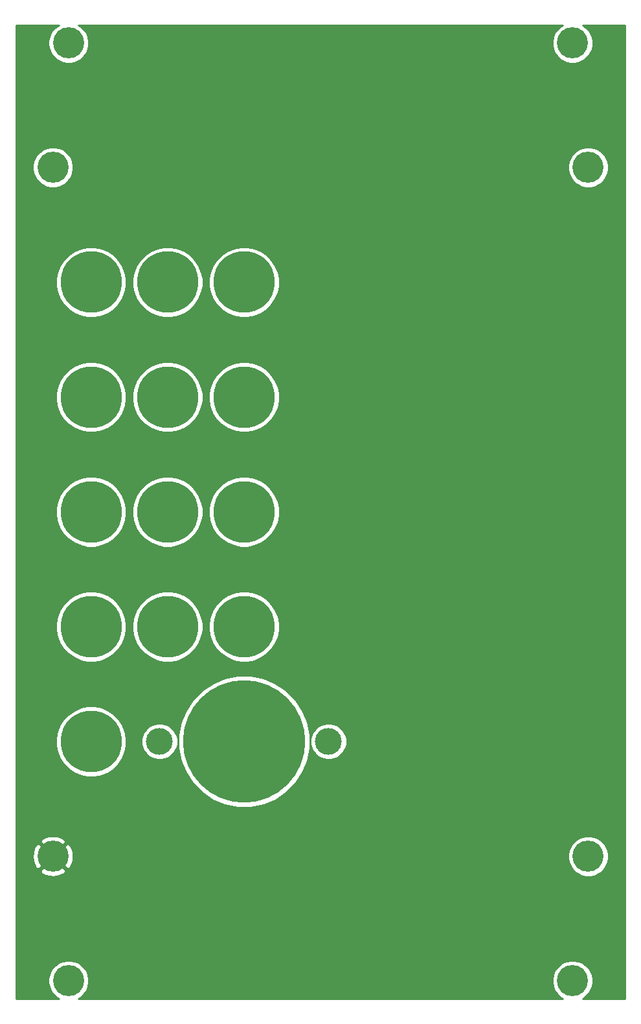
<source format=gbl>
G04 #@! TF.GenerationSoftware,KiCad,Pcbnew,(5.1.0)-1*
G04 #@! TF.CreationDate,2019-05-29T13:36:30-04:00*
G04 #@! TF.ProjectId,MIDI Controller_Panel,4d494449-2043-46f6-9e74-726f6c6c6572,rev?*
G04 #@! TF.SameCoordinates,Original*
G04 #@! TF.FileFunction,Copper,L2,Bot*
G04 #@! TF.FilePolarity,Positive*
%FSLAX46Y46*%
G04 Gerber Fmt 4.6, Leading zero omitted, Abs format (unit mm)*
G04 Created by KiCad (PCBNEW (5.1.0)-1) date 2019-05-29 13:36:30*
%MOMM*%
%LPD*%
G04 APERTURE LIST*
%ADD10C,4.064000*%
%ADD11C,8.000000*%
%ADD12C,3.500000*%
%ADD13C,16.000000*%
%ADD14C,0.254000*%
G04 APERTURE END LIST*
D10*
X35450000Y-139250000D03*
X35450000Y-49250000D03*
X37500000Y-33000000D03*
X37500000Y-155500000D03*
X105450000Y-49250000D03*
X105450000Y-139250000D03*
X103400000Y-33000000D03*
X103400000Y-155500000D03*
D11*
X40450000Y-64250000D03*
X50450000Y-94250000D03*
X40450000Y-79250000D03*
X50450000Y-64250000D03*
X60450000Y-94250000D03*
X40450000Y-94250000D03*
X50450000Y-79250000D03*
X60450000Y-64250000D03*
X50450000Y-109250000D03*
X60450000Y-79250000D03*
X40450000Y-124250000D03*
X40450000Y-109250000D03*
X60450000Y-109250000D03*
D12*
X49400000Y-124250000D03*
X71500000Y-124250000D03*
D13*
X60450000Y-124250000D03*
D14*
G36*
X35799887Y-30928406D02*
G01*
X35428406Y-31299887D01*
X35136536Y-31736702D01*
X34935492Y-32222065D01*
X34833000Y-32737323D01*
X34833000Y-33262677D01*
X34935492Y-33777935D01*
X35136536Y-34263298D01*
X35428406Y-34700113D01*
X35799887Y-35071594D01*
X36236702Y-35363464D01*
X36722065Y-35564508D01*
X37237323Y-35667000D01*
X37762677Y-35667000D01*
X38277935Y-35564508D01*
X38763298Y-35363464D01*
X39200113Y-35071594D01*
X39571594Y-34700113D01*
X39863464Y-34263298D01*
X40064508Y-33777935D01*
X40167000Y-33262677D01*
X40167000Y-32737323D01*
X40064508Y-32222065D01*
X39863464Y-31736702D01*
X39571594Y-31299887D01*
X39200113Y-30928406D01*
X38798414Y-30660000D01*
X102101586Y-30660000D01*
X101699887Y-30928406D01*
X101328406Y-31299887D01*
X101036536Y-31736702D01*
X100835492Y-32222065D01*
X100733000Y-32737323D01*
X100733000Y-33262677D01*
X100835492Y-33777935D01*
X101036536Y-34263298D01*
X101328406Y-34700113D01*
X101699887Y-35071594D01*
X102136702Y-35363464D01*
X102622065Y-35564508D01*
X103137323Y-35667000D01*
X103662677Y-35667000D01*
X104177935Y-35564508D01*
X104663298Y-35363464D01*
X105100113Y-35071594D01*
X105471594Y-34700113D01*
X105763464Y-34263298D01*
X105964508Y-33777935D01*
X106067000Y-33262677D01*
X106067000Y-32737323D01*
X105964508Y-32222065D01*
X105763464Y-31736702D01*
X105471594Y-31299887D01*
X105100113Y-30928406D01*
X104698414Y-30660000D01*
X110240000Y-30660000D01*
X110240001Y-157840000D01*
X104698414Y-157840000D01*
X105100113Y-157571594D01*
X105471594Y-157200113D01*
X105763464Y-156763298D01*
X105964508Y-156277935D01*
X106067000Y-155762677D01*
X106067000Y-155237323D01*
X105964508Y-154722065D01*
X105763464Y-154236702D01*
X105471594Y-153799887D01*
X105100113Y-153428406D01*
X104663298Y-153136536D01*
X104177935Y-152935492D01*
X103662677Y-152833000D01*
X103137323Y-152833000D01*
X102622065Y-152935492D01*
X102136702Y-153136536D01*
X101699887Y-153428406D01*
X101328406Y-153799887D01*
X101036536Y-154236702D01*
X100835492Y-154722065D01*
X100733000Y-155237323D01*
X100733000Y-155762677D01*
X100835492Y-156277935D01*
X101036536Y-156763298D01*
X101328406Y-157200113D01*
X101699887Y-157571594D01*
X102101586Y-157840000D01*
X38798414Y-157840000D01*
X39200113Y-157571594D01*
X39571594Y-157200113D01*
X39863464Y-156763298D01*
X40064508Y-156277935D01*
X40167000Y-155762677D01*
X40167000Y-155237323D01*
X40064508Y-154722065D01*
X39863464Y-154236702D01*
X39571594Y-153799887D01*
X39200113Y-153428406D01*
X38763298Y-153136536D01*
X38277935Y-152935492D01*
X37762677Y-152833000D01*
X37237323Y-152833000D01*
X36722065Y-152935492D01*
X36236702Y-153136536D01*
X35799887Y-153428406D01*
X35428406Y-153799887D01*
X35136536Y-154236702D01*
X34935492Y-154722065D01*
X34833000Y-155237323D01*
X34833000Y-155762677D01*
X34935492Y-156277935D01*
X35136536Y-156763298D01*
X35428406Y-157200113D01*
X35799887Y-157571594D01*
X36201586Y-157840000D01*
X30660000Y-157840000D01*
X30660000Y-141120264D01*
X33759341Y-141120264D01*
X33979307Y-141490301D01*
X34444627Y-141734172D01*
X34948583Y-141882578D01*
X35471808Y-141929815D01*
X35994195Y-141874069D01*
X36495669Y-141717481D01*
X36920693Y-141490301D01*
X37140659Y-141120264D01*
X35450000Y-139429605D01*
X33759341Y-141120264D01*
X30660000Y-141120264D01*
X30660000Y-139271808D01*
X32770185Y-139271808D01*
X32825931Y-139794195D01*
X32982519Y-140295669D01*
X33209699Y-140720693D01*
X33579736Y-140940659D01*
X35270395Y-139250000D01*
X35629605Y-139250000D01*
X37320264Y-140940659D01*
X37690301Y-140720693D01*
X37934172Y-140255373D01*
X38082578Y-139751417D01*
X38129815Y-139228192D01*
X38104111Y-138987323D01*
X102783000Y-138987323D01*
X102783000Y-139512677D01*
X102885492Y-140027935D01*
X103086536Y-140513298D01*
X103378406Y-140950113D01*
X103749887Y-141321594D01*
X104186702Y-141613464D01*
X104672065Y-141814508D01*
X105187323Y-141917000D01*
X105712677Y-141917000D01*
X106227935Y-141814508D01*
X106713298Y-141613464D01*
X107150113Y-141321594D01*
X107521594Y-140950113D01*
X107813464Y-140513298D01*
X108014508Y-140027935D01*
X108117000Y-139512677D01*
X108117000Y-138987323D01*
X108014508Y-138472065D01*
X107813464Y-137986702D01*
X107521594Y-137549887D01*
X107150113Y-137178406D01*
X106713298Y-136886536D01*
X106227935Y-136685492D01*
X105712677Y-136583000D01*
X105187323Y-136583000D01*
X104672065Y-136685492D01*
X104186702Y-136886536D01*
X103749887Y-137178406D01*
X103378406Y-137549887D01*
X103086536Y-137986702D01*
X102885492Y-138472065D01*
X102783000Y-138987323D01*
X38104111Y-138987323D01*
X38074069Y-138705805D01*
X37917481Y-138204331D01*
X37690301Y-137779307D01*
X37320264Y-137559341D01*
X35629605Y-139250000D01*
X35270395Y-139250000D01*
X33579736Y-137559341D01*
X33209699Y-137779307D01*
X32965828Y-138244627D01*
X32817422Y-138748583D01*
X32770185Y-139271808D01*
X30660000Y-139271808D01*
X30660000Y-137379736D01*
X33759341Y-137379736D01*
X35450000Y-139070395D01*
X37140659Y-137379736D01*
X36920693Y-137009699D01*
X36455373Y-136765828D01*
X35951417Y-136617422D01*
X35428192Y-136570185D01*
X34905805Y-136625931D01*
X34404331Y-136782519D01*
X33979307Y-137009699D01*
X33759341Y-137379736D01*
X30660000Y-137379736D01*
X30660000Y-123793492D01*
X35815000Y-123793492D01*
X35815000Y-124706508D01*
X35993120Y-125601980D01*
X36342516Y-126445496D01*
X36849760Y-127204640D01*
X37495360Y-127850240D01*
X38254504Y-128357484D01*
X39098020Y-128706880D01*
X39993492Y-128885000D01*
X40906508Y-128885000D01*
X41801980Y-128706880D01*
X42645496Y-128357484D01*
X43404640Y-127850240D01*
X44050240Y-127204640D01*
X44557484Y-126445496D01*
X44906880Y-125601980D01*
X45085000Y-124706508D01*
X45085000Y-124015098D01*
X47015000Y-124015098D01*
X47015000Y-124484902D01*
X47106654Y-124945679D01*
X47286440Y-125379721D01*
X47547450Y-125770349D01*
X47879651Y-126102550D01*
X48270279Y-126363560D01*
X48704321Y-126543346D01*
X49165098Y-126635000D01*
X49634902Y-126635000D01*
X50095679Y-126543346D01*
X50529721Y-126363560D01*
X50920349Y-126102550D01*
X51252550Y-125770349D01*
X51513560Y-125379721D01*
X51693346Y-124945679D01*
X51785000Y-124484902D01*
X51785000Y-124015098D01*
X51693346Y-123554321D01*
X51629229Y-123399527D01*
X51815000Y-123399527D01*
X51815000Y-125100473D01*
X52146838Y-126768737D01*
X52797762Y-128340206D01*
X53742758Y-129754492D01*
X54945508Y-130957242D01*
X56359794Y-131902238D01*
X57931263Y-132553162D01*
X59599527Y-132885000D01*
X61300473Y-132885000D01*
X62968737Y-132553162D01*
X64540206Y-131902238D01*
X65954492Y-130957242D01*
X67157242Y-129754492D01*
X68102238Y-128340206D01*
X68753162Y-126768737D01*
X69085000Y-125100473D01*
X69085000Y-124015098D01*
X69115000Y-124015098D01*
X69115000Y-124484902D01*
X69206654Y-124945679D01*
X69386440Y-125379721D01*
X69647450Y-125770349D01*
X69979651Y-126102550D01*
X70370279Y-126363560D01*
X70804321Y-126543346D01*
X71265098Y-126635000D01*
X71734902Y-126635000D01*
X72195679Y-126543346D01*
X72629721Y-126363560D01*
X73020349Y-126102550D01*
X73352550Y-125770349D01*
X73613560Y-125379721D01*
X73793346Y-124945679D01*
X73885000Y-124484902D01*
X73885000Y-124015098D01*
X73793346Y-123554321D01*
X73613560Y-123120279D01*
X73352550Y-122729651D01*
X73020349Y-122397450D01*
X72629721Y-122136440D01*
X72195679Y-121956654D01*
X71734902Y-121865000D01*
X71265098Y-121865000D01*
X70804321Y-121956654D01*
X70370279Y-122136440D01*
X69979651Y-122397450D01*
X69647450Y-122729651D01*
X69386440Y-123120279D01*
X69206654Y-123554321D01*
X69115000Y-124015098D01*
X69085000Y-124015098D01*
X69085000Y-123399527D01*
X68753162Y-121731263D01*
X68102238Y-120159794D01*
X67157242Y-118745508D01*
X65954492Y-117542758D01*
X64540206Y-116597762D01*
X62968737Y-115946838D01*
X61300473Y-115615000D01*
X59599527Y-115615000D01*
X57931263Y-115946838D01*
X56359794Y-116597762D01*
X54945508Y-117542758D01*
X53742758Y-118745508D01*
X52797762Y-120159794D01*
X52146838Y-121731263D01*
X51815000Y-123399527D01*
X51629229Y-123399527D01*
X51513560Y-123120279D01*
X51252550Y-122729651D01*
X50920349Y-122397450D01*
X50529721Y-122136440D01*
X50095679Y-121956654D01*
X49634902Y-121865000D01*
X49165098Y-121865000D01*
X48704321Y-121956654D01*
X48270279Y-122136440D01*
X47879651Y-122397450D01*
X47547450Y-122729651D01*
X47286440Y-123120279D01*
X47106654Y-123554321D01*
X47015000Y-124015098D01*
X45085000Y-124015098D01*
X45085000Y-123793492D01*
X44906880Y-122898020D01*
X44557484Y-122054504D01*
X44050240Y-121295360D01*
X43404640Y-120649760D01*
X42645496Y-120142516D01*
X41801980Y-119793120D01*
X40906508Y-119615000D01*
X39993492Y-119615000D01*
X39098020Y-119793120D01*
X38254504Y-120142516D01*
X37495360Y-120649760D01*
X36849760Y-121295360D01*
X36342516Y-122054504D01*
X35993120Y-122898020D01*
X35815000Y-123793492D01*
X30660000Y-123793492D01*
X30660000Y-108793492D01*
X35815000Y-108793492D01*
X35815000Y-109706508D01*
X35993120Y-110601980D01*
X36342516Y-111445496D01*
X36849760Y-112204640D01*
X37495360Y-112850240D01*
X38254504Y-113357484D01*
X39098020Y-113706880D01*
X39993492Y-113885000D01*
X40906508Y-113885000D01*
X41801980Y-113706880D01*
X42645496Y-113357484D01*
X43404640Y-112850240D01*
X44050240Y-112204640D01*
X44557484Y-111445496D01*
X44906880Y-110601980D01*
X45085000Y-109706508D01*
X45085000Y-108793492D01*
X45815000Y-108793492D01*
X45815000Y-109706508D01*
X45993120Y-110601980D01*
X46342516Y-111445496D01*
X46849760Y-112204640D01*
X47495360Y-112850240D01*
X48254504Y-113357484D01*
X49098020Y-113706880D01*
X49993492Y-113885000D01*
X50906508Y-113885000D01*
X51801980Y-113706880D01*
X52645496Y-113357484D01*
X53404640Y-112850240D01*
X54050240Y-112204640D01*
X54557484Y-111445496D01*
X54906880Y-110601980D01*
X55085000Y-109706508D01*
X55085000Y-108793492D01*
X55815000Y-108793492D01*
X55815000Y-109706508D01*
X55993120Y-110601980D01*
X56342516Y-111445496D01*
X56849760Y-112204640D01*
X57495360Y-112850240D01*
X58254504Y-113357484D01*
X59098020Y-113706880D01*
X59993492Y-113885000D01*
X60906508Y-113885000D01*
X61801980Y-113706880D01*
X62645496Y-113357484D01*
X63404640Y-112850240D01*
X64050240Y-112204640D01*
X64557484Y-111445496D01*
X64906880Y-110601980D01*
X65085000Y-109706508D01*
X65085000Y-108793492D01*
X64906880Y-107898020D01*
X64557484Y-107054504D01*
X64050240Y-106295360D01*
X63404640Y-105649760D01*
X62645496Y-105142516D01*
X61801980Y-104793120D01*
X60906508Y-104615000D01*
X59993492Y-104615000D01*
X59098020Y-104793120D01*
X58254504Y-105142516D01*
X57495360Y-105649760D01*
X56849760Y-106295360D01*
X56342516Y-107054504D01*
X55993120Y-107898020D01*
X55815000Y-108793492D01*
X55085000Y-108793492D01*
X54906880Y-107898020D01*
X54557484Y-107054504D01*
X54050240Y-106295360D01*
X53404640Y-105649760D01*
X52645496Y-105142516D01*
X51801980Y-104793120D01*
X50906508Y-104615000D01*
X49993492Y-104615000D01*
X49098020Y-104793120D01*
X48254504Y-105142516D01*
X47495360Y-105649760D01*
X46849760Y-106295360D01*
X46342516Y-107054504D01*
X45993120Y-107898020D01*
X45815000Y-108793492D01*
X45085000Y-108793492D01*
X44906880Y-107898020D01*
X44557484Y-107054504D01*
X44050240Y-106295360D01*
X43404640Y-105649760D01*
X42645496Y-105142516D01*
X41801980Y-104793120D01*
X40906508Y-104615000D01*
X39993492Y-104615000D01*
X39098020Y-104793120D01*
X38254504Y-105142516D01*
X37495360Y-105649760D01*
X36849760Y-106295360D01*
X36342516Y-107054504D01*
X35993120Y-107898020D01*
X35815000Y-108793492D01*
X30660000Y-108793492D01*
X30660000Y-93793492D01*
X35815000Y-93793492D01*
X35815000Y-94706508D01*
X35993120Y-95601980D01*
X36342516Y-96445496D01*
X36849760Y-97204640D01*
X37495360Y-97850240D01*
X38254504Y-98357484D01*
X39098020Y-98706880D01*
X39993492Y-98885000D01*
X40906508Y-98885000D01*
X41801980Y-98706880D01*
X42645496Y-98357484D01*
X43404640Y-97850240D01*
X44050240Y-97204640D01*
X44557484Y-96445496D01*
X44906880Y-95601980D01*
X45085000Y-94706508D01*
X45085000Y-93793492D01*
X45815000Y-93793492D01*
X45815000Y-94706508D01*
X45993120Y-95601980D01*
X46342516Y-96445496D01*
X46849760Y-97204640D01*
X47495360Y-97850240D01*
X48254504Y-98357484D01*
X49098020Y-98706880D01*
X49993492Y-98885000D01*
X50906508Y-98885000D01*
X51801980Y-98706880D01*
X52645496Y-98357484D01*
X53404640Y-97850240D01*
X54050240Y-97204640D01*
X54557484Y-96445496D01*
X54906880Y-95601980D01*
X55085000Y-94706508D01*
X55085000Y-93793492D01*
X55815000Y-93793492D01*
X55815000Y-94706508D01*
X55993120Y-95601980D01*
X56342516Y-96445496D01*
X56849760Y-97204640D01*
X57495360Y-97850240D01*
X58254504Y-98357484D01*
X59098020Y-98706880D01*
X59993492Y-98885000D01*
X60906508Y-98885000D01*
X61801980Y-98706880D01*
X62645496Y-98357484D01*
X63404640Y-97850240D01*
X64050240Y-97204640D01*
X64557484Y-96445496D01*
X64906880Y-95601980D01*
X65085000Y-94706508D01*
X65085000Y-93793492D01*
X64906880Y-92898020D01*
X64557484Y-92054504D01*
X64050240Y-91295360D01*
X63404640Y-90649760D01*
X62645496Y-90142516D01*
X61801980Y-89793120D01*
X60906508Y-89615000D01*
X59993492Y-89615000D01*
X59098020Y-89793120D01*
X58254504Y-90142516D01*
X57495360Y-90649760D01*
X56849760Y-91295360D01*
X56342516Y-92054504D01*
X55993120Y-92898020D01*
X55815000Y-93793492D01*
X55085000Y-93793492D01*
X54906880Y-92898020D01*
X54557484Y-92054504D01*
X54050240Y-91295360D01*
X53404640Y-90649760D01*
X52645496Y-90142516D01*
X51801980Y-89793120D01*
X50906508Y-89615000D01*
X49993492Y-89615000D01*
X49098020Y-89793120D01*
X48254504Y-90142516D01*
X47495360Y-90649760D01*
X46849760Y-91295360D01*
X46342516Y-92054504D01*
X45993120Y-92898020D01*
X45815000Y-93793492D01*
X45085000Y-93793492D01*
X44906880Y-92898020D01*
X44557484Y-92054504D01*
X44050240Y-91295360D01*
X43404640Y-90649760D01*
X42645496Y-90142516D01*
X41801980Y-89793120D01*
X40906508Y-89615000D01*
X39993492Y-89615000D01*
X39098020Y-89793120D01*
X38254504Y-90142516D01*
X37495360Y-90649760D01*
X36849760Y-91295360D01*
X36342516Y-92054504D01*
X35993120Y-92898020D01*
X35815000Y-93793492D01*
X30660000Y-93793492D01*
X30660000Y-78793492D01*
X35815000Y-78793492D01*
X35815000Y-79706508D01*
X35993120Y-80601980D01*
X36342516Y-81445496D01*
X36849760Y-82204640D01*
X37495360Y-82850240D01*
X38254504Y-83357484D01*
X39098020Y-83706880D01*
X39993492Y-83885000D01*
X40906508Y-83885000D01*
X41801980Y-83706880D01*
X42645496Y-83357484D01*
X43404640Y-82850240D01*
X44050240Y-82204640D01*
X44557484Y-81445496D01*
X44906880Y-80601980D01*
X45085000Y-79706508D01*
X45085000Y-78793492D01*
X45815000Y-78793492D01*
X45815000Y-79706508D01*
X45993120Y-80601980D01*
X46342516Y-81445496D01*
X46849760Y-82204640D01*
X47495360Y-82850240D01*
X48254504Y-83357484D01*
X49098020Y-83706880D01*
X49993492Y-83885000D01*
X50906508Y-83885000D01*
X51801980Y-83706880D01*
X52645496Y-83357484D01*
X53404640Y-82850240D01*
X54050240Y-82204640D01*
X54557484Y-81445496D01*
X54906880Y-80601980D01*
X55085000Y-79706508D01*
X55085000Y-78793492D01*
X55815000Y-78793492D01*
X55815000Y-79706508D01*
X55993120Y-80601980D01*
X56342516Y-81445496D01*
X56849760Y-82204640D01*
X57495360Y-82850240D01*
X58254504Y-83357484D01*
X59098020Y-83706880D01*
X59993492Y-83885000D01*
X60906508Y-83885000D01*
X61801980Y-83706880D01*
X62645496Y-83357484D01*
X63404640Y-82850240D01*
X64050240Y-82204640D01*
X64557484Y-81445496D01*
X64906880Y-80601980D01*
X65085000Y-79706508D01*
X65085000Y-78793492D01*
X64906880Y-77898020D01*
X64557484Y-77054504D01*
X64050240Y-76295360D01*
X63404640Y-75649760D01*
X62645496Y-75142516D01*
X61801980Y-74793120D01*
X60906508Y-74615000D01*
X59993492Y-74615000D01*
X59098020Y-74793120D01*
X58254504Y-75142516D01*
X57495360Y-75649760D01*
X56849760Y-76295360D01*
X56342516Y-77054504D01*
X55993120Y-77898020D01*
X55815000Y-78793492D01*
X55085000Y-78793492D01*
X54906880Y-77898020D01*
X54557484Y-77054504D01*
X54050240Y-76295360D01*
X53404640Y-75649760D01*
X52645496Y-75142516D01*
X51801980Y-74793120D01*
X50906508Y-74615000D01*
X49993492Y-74615000D01*
X49098020Y-74793120D01*
X48254504Y-75142516D01*
X47495360Y-75649760D01*
X46849760Y-76295360D01*
X46342516Y-77054504D01*
X45993120Y-77898020D01*
X45815000Y-78793492D01*
X45085000Y-78793492D01*
X44906880Y-77898020D01*
X44557484Y-77054504D01*
X44050240Y-76295360D01*
X43404640Y-75649760D01*
X42645496Y-75142516D01*
X41801980Y-74793120D01*
X40906508Y-74615000D01*
X39993492Y-74615000D01*
X39098020Y-74793120D01*
X38254504Y-75142516D01*
X37495360Y-75649760D01*
X36849760Y-76295360D01*
X36342516Y-77054504D01*
X35993120Y-77898020D01*
X35815000Y-78793492D01*
X30660000Y-78793492D01*
X30660000Y-63793492D01*
X35815000Y-63793492D01*
X35815000Y-64706508D01*
X35993120Y-65601980D01*
X36342516Y-66445496D01*
X36849760Y-67204640D01*
X37495360Y-67850240D01*
X38254504Y-68357484D01*
X39098020Y-68706880D01*
X39993492Y-68885000D01*
X40906508Y-68885000D01*
X41801980Y-68706880D01*
X42645496Y-68357484D01*
X43404640Y-67850240D01*
X44050240Y-67204640D01*
X44557484Y-66445496D01*
X44906880Y-65601980D01*
X45085000Y-64706508D01*
X45085000Y-63793492D01*
X45815000Y-63793492D01*
X45815000Y-64706508D01*
X45993120Y-65601980D01*
X46342516Y-66445496D01*
X46849760Y-67204640D01*
X47495360Y-67850240D01*
X48254504Y-68357484D01*
X49098020Y-68706880D01*
X49993492Y-68885000D01*
X50906508Y-68885000D01*
X51801980Y-68706880D01*
X52645496Y-68357484D01*
X53404640Y-67850240D01*
X54050240Y-67204640D01*
X54557484Y-66445496D01*
X54906880Y-65601980D01*
X55085000Y-64706508D01*
X55085000Y-63793492D01*
X55815000Y-63793492D01*
X55815000Y-64706508D01*
X55993120Y-65601980D01*
X56342516Y-66445496D01*
X56849760Y-67204640D01*
X57495360Y-67850240D01*
X58254504Y-68357484D01*
X59098020Y-68706880D01*
X59993492Y-68885000D01*
X60906508Y-68885000D01*
X61801980Y-68706880D01*
X62645496Y-68357484D01*
X63404640Y-67850240D01*
X64050240Y-67204640D01*
X64557484Y-66445496D01*
X64906880Y-65601980D01*
X65085000Y-64706508D01*
X65085000Y-63793492D01*
X64906880Y-62898020D01*
X64557484Y-62054504D01*
X64050240Y-61295360D01*
X63404640Y-60649760D01*
X62645496Y-60142516D01*
X61801980Y-59793120D01*
X60906508Y-59615000D01*
X59993492Y-59615000D01*
X59098020Y-59793120D01*
X58254504Y-60142516D01*
X57495360Y-60649760D01*
X56849760Y-61295360D01*
X56342516Y-62054504D01*
X55993120Y-62898020D01*
X55815000Y-63793492D01*
X55085000Y-63793492D01*
X54906880Y-62898020D01*
X54557484Y-62054504D01*
X54050240Y-61295360D01*
X53404640Y-60649760D01*
X52645496Y-60142516D01*
X51801980Y-59793120D01*
X50906508Y-59615000D01*
X49993492Y-59615000D01*
X49098020Y-59793120D01*
X48254504Y-60142516D01*
X47495360Y-60649760D01*
X46849760Y-61295360D01*
X46342516Y-62054504D01*
X45993120Y-62898020D01*
X45815000Y-63793492D01*
X45085000Y-63793492D01*
X44906880Y-62898020D01*
X44557484Y-62054504D01*
X44050240Y-61295360D01*
X43404640Y-60649760D01*
X42645496Y-60142516D01*
X41801980Y-59793120D01*
X40906508Y-59615000D01*
X39993492Y-59615000D01*
X39098020Y-59793120D01*
X38254504Y-60142516D01*
X37495360Y-60649760D01*
X36849760Y-61295360D01*
X36342516Y-62054504D01*
X35993120Y-62898020D01*
X35815000Y-63793492D01*
X30660000Y-63793492D01*
X30660000Y-48987323D01*
X32783000Y-48987323D01*
X32783000Y-49512677D01*
X32885492Y-50027935D01*
X33086536Y-50513298D01*
X33378406Y-50950113D01*
X33749887Y-51321594D01*
X34186702Y-51613464D01*
X34672065Y-51814508D01*
X35187323Y-51917000D01*
X35712677Y-51917000D01*
X36227935Y-51814508D01*
X36713298Y-51613464D01*
X37150113Y-51321594D01*
X37521594Y-50950113D01*
X37813464Y-50513298D01*
X38014508Y-50027935D01*
X38117000Y-49512677D01*
X38117000Y-48987323D01*
X102783000Y-48987323D01*
X102783000Y-49512677D01*
X102885492Y-50027935D01*
X103086536Y-50513298D01*
X103378406Y-50950113D01*
X103749887Y-51321594D01*
X104186702Y-51613464D01*
X104672065Y-51814508D01*
X105187323Y-51917000D01*
X105712677Y-51917000D01*
X106227935Y-51814508D01*
X106713298Y-51613464D01*
X107150113Y-51321594D01*
X107521594Y-50950113D01*
X107813464Y-50513298D01*
X108014508Y-50027935D01*
X108117000Y-49512677D01*
X108117000Y-48987323D01*
X108014508Y-48472065D01*
X107813464Y-47986702D01*
X107521594Y-47549887D01*
X107150113Y-47178406D01*
X106713298Y-46886536D01*
X106227935Y-46685492D01*
X105712677Y-46583000D01*
X105187323Y-46583000D01*
X104672065Y-46685492D01*
X104186702Y-46886536D01*
X103749887Y-47178406D01*
X103378406Y-47549887D01*
X103086536Y-47986702D01*
X102885492Y-48472065D01*
X102783000Y-48987323D01*
X38117000Y-48987323D01*
X38014508Y-48472065D01*
X37813464Y-47986702D01*
X37521594Y-47549887D01*
X37150113Y-47178406D01*
X36713298Y-46886536D01*
X36227935Y-46685492D01*
X35712677Y-46583000D01*
X35187323Y-46583000D01*
X34672065Y-46685492D01*
X34186702Y-46886536D01*
X33749887Y-47178406D01*
X33378406Y-47549887D01*
X33086536Y-47986702D01*
X32885492Y-48472065D01*
X32783000Y-48987323D01*
X30660000Y-48987323D01*
X30660000Y-30660000D01*
X36201586Y-30660000D01*
X35799887Y-30928406D01*
X35799887Y-30928406D01*
G37*
X35799887Y-30928406D02*
X35428406Y-31299887D01*
X35136536Y-31736702D01*
X34935492Y-32222065D01*
X34833000Y-32737323D01*
X34833000Y-33262677D01*
X34935492Y-33777935D01*
X35136536Y-34263298D01*
X35428406Y-34700113D01*
X35799887Y-35071594D01*
X36236702Y-35363464D01*
X36722065Y-35564508D01*
X37237323Y-35667000D01*
X37762677Y-35667000D01*
X38277935Y-35564508D01*
X38763298Y-35363464D01*
X39200113Y-35071594D01*
X39571594Y-34700113D01*
X39863464Y-34263298D01*
X40064508Y-33777935D01*
X40167000Y-33262677D01*
X40167000Y-32737323D01*
X40064508Y-32222065D01*
X39863464Y-31736702D01*
X39571594Y-31299887D01*
X39200113Y-30928406D01*
X38798414Y-30660000D01*
X102101586Y-30660000D01*
X101699887Y-30928406D01*
X101328406Y-31299887D01*
X101036536Y-31736702D01*
X100835492Y-32222065D01*
X100733000Y-32737323D01*
X100733000Y-33262677D01*
X100835492Y-33777935D01*
X101036536Y-34263298D01*
X101328406Y-34700113D01*
X101699887Y-35071594D01*
X102136702Y-35363464D01*
X102622065Y-35564508D01*
X103137323Y-35667000D01*
X103662677Y-35667000D01*
X104177935Y-35564508D01*
X104663298Y-35363464D01*
X105100113Y-35071594D01*
X105471594Y-34700113D01*
X105763464Y-34263298D01*
X105964508Y-33777935D01*
X106067000Y-33262677D01*
X106067000Y-32737323D01*
X105964508Y-32222065D01*
X105763464Y-31736702D01*
X105471594Y-31299887D01*
X105100113Y-30928406D01*
X104698414Y-30660000D01*
X110240000Y-30660000D01*
X110240001Y-157840000D01*
X104698414Y-157840000D01*
X105100113Y-157571594D01*
X105471594Y-157200113D01*
X105763464Y-156763298D01*
X105964508Y-156277935D01*
X106067000Y-155762677D01*
X106067000Y-155237323D01*
X105964508Y-154722065D01*
X105763464Y-154236702D01*
X105471594Y-153799887D01*
X105100113Y-153428406D01*
X104663298Y-153136536D01*
X104177935Y-152935492D01*
X103662677Y-152833000D01*
X103137323Y-152833000D01*
X102622065Y-152935492D01*
X102136702Y-153136536D01*
X101699887Y-153428406D01*
X101328406Y-153799887D01*
X101036536Y-154236702D01*
X100835492Y-154722065D01*
X100733000Y-155237323D01*
X100733000Y-155762677D01*
X100835492Y-156277935D01*
X101036536Y-156763298D01*
X101328406Y-157200113D01*
X101699887Y-157571594D01*
X102101586Y-157840000D01*
X38798414Y-157840000D01*
X39200113Y-157571594D01*
X39571594Y-157200113D01*
X39863464Y-156763298D01*
X40064508Y-156277935D01*
X40167000Y-155762677D01*
X40167000Y-155237323D01*
X40064508Y-154722065D01*
X39863464Y-154236702D01*
X39571594Y-153799887D01*
X39200113Y-153428406D01*
X38763298Y-153136536D01*
X38277935Y-152935492D01*
X37762677Y-152833000D01*
X37237323Y-152833000D01*
X36722065Y-152935492D01*
X36236702Y-153136536D01*
X35799887Y-153428406D01*
X35428406Y-153799887D01*
X35136536Y-154236702D01*
X34935492Y-154722065D01*
X34833000Y-155237323D01*
X34833000Y-155762677D01*
X34935492Y-156277935D01*
X35136536Y-156763298D01*
X35428406Y-157200113D01*
X35799887Y-157571594D01*
X36201586Y-157840000D01*
X30660000Y-157840000D01*
X30660000Y-141120264D01*
X33759341Y-141120264D01*
X33979307Y-141490301D01*
X34444627Y-141734172D01*
X34948583Y-141882578D01*
X35471808Y-141929815D01*
X35994195Y-141874069D01*
X36495669Y-141717481D01*
X36920693Y-141490301D01*
X37140659Y-141120264D01*
X35450000Y-139429605D01*
X33759341Y-141120264D01*
X30660000Y-141120264D01*
X30660000Y-139271808D01*
X32770185Y-139271808D01*
X32825931Y-139794195D01*
X32982519Y-140295669D01*
X33209699Y-140720693D01*
X33579736Y-140940659D01*
X35270395Y-139250000D01*
X35629605Y-139250000D01*
X37320264Y-140940659D01*
X37690301Y-140720693D01*
X37934172Y-140255373D01*
X38082578Y-139751417D01*
X38129815Y-139228192D01*
X38104111Y-138987323D01*
X102783000Y-138987323D01*
X102783000Y-139512677D01*
X102885492Y-140027935D01*
X103086536Y-140513298D01*
X103378406Y-140950113D01*
X103749887Y-141321594D01*
X104186702Y-141613464D01*
X104672065Y-141814508D01*
X105187323Y-141917000D01*
X105712677Y-141917000D01*
X106227935Y-141814508D01*
X106713298Y-141613464D01*
X107150113Y-141321594D01*
X107521594Y-140950113D01*
X107813464Y-140513298D01*
X108014508Y-140027935D01*
X108117000Y-139512677D01*
X108117000Y-138987323D01*
X108014508Y-138472065D01*
X107813464Y-137986702D01*
X107521594Y-137549887D01*
X107150113Y-137178406D01*
X106713298Y-136886536D01*
X106227935Y-136685492D01*
X105712677Y-136583000D01*
X105187323Y-136583000D01*
X104672065Y-136685492D01*
X104186702Y-136886536D01*
X103749887Y-137178406D01*
X103378406Y-137549887D01*
X103086536Y-137986702D01*
X102885492Y-138472065D01*
X102783000Y-138987323D01*
X38104111Y-138987323D01*
X38074069Y-138705805D01*
X37917481Y-138204331D01*
X37690301Y-137779307D01*
X37320264Y-137559341D01*
X35629605Y-139250000D01*
X35270395Y-139250000D01*
X33579736Y-137559341D01*
X33209699Y-137779307D01*
X32965828Y-138244627D01*
X32817422Y-138748583D01*
X32770185Y-139271808D01*
X30660000Y-139271808D01*
X30660000Y-137379736D01*
X33759341Y-137379736D01*
X35450000Y-139070395D01*
X37140659Y-137379736D01*
X36920693Y-137009699D01*
X36455373Y-136765828D01*
X35951417Y-136617422D01*
X35428192Y-136570185D01*
X34905805Y-136625931D01*
X34404331Y-136782519D01*
X33979307Y-137009699D01*
X33759341Y-137379736D01*
X30660000Y-137379736D01*
X30660000Y-123793492D01*
X35815000Y-123793492D01*
X35815000Y-124706508D01*
X35993120Y-125601980D01*
X36342516Y-126445496D01*
X36849760Y-127204640D01*
X37495360Y-127850240D01*
X38254504Y-128357484D01*
X39098020Y-128706880D01*
X39993492Y-128885000D01*
X40906508Y-128885000D01*
X41801980Y-128706880D01*
X42645496Y-128357484D01*
X43404640Y-127850240D01*
X44050240Y-127204640D01*
X44557484Y-126445496D01*
X44906880Y-125601980D01*
X45085000Y-124706508D01*
X45085000Y-124015098D01*
X47015000Y-124015098D01*
X47015000Y-124484902D01*
X47106654Y-124945679D01*
X47286440Y-125379721D01*
X47547450Y-125770349D01*
X47879651Y-126102550D01*
X48270279Y-126363560D01*
X48704321Y-126543346D01*
X49165098Y-126635000D01*
X49634902Y-126635000D01*
X50095679Y-126543346D01*
X50529721Y-126363560D01*
X50920349Y-126102550D01*
X51252550Y-125770349D01*
X51513560Y-125379721D01*
X51693346Y-124945679D01*
X51785000Y-124484902D01*
X51785000Y-124015098D01*
X51693346Y-123554321D01*
X51629229Y-123399527D01*
X51815000Y-123399527D01*
X51815000Y-125100473D01*
X52146838Y-126768737D01*
X52797762Y-128340206D01*
X53742758Y-129754492D01*
X54945508Y-130957242D01*
X56359794Y-131902238D01*
X57931263Y-132553162D01*
X59599527Y-132885000D01*
X61300473Y-132885000D01*
X62968737Y-132553162D01*
X64540206Y-131902238D01*
X65954492Y-130957242D01*
X67157242Y-129754492D01*
X68102238Y-128340206D01*
X68753162Y-126768737D01*
X69085000Y-125100473D01*
X69085000Y-124015098D01*
X69115000Y-124015098D01*
X69115000Y-124484902D01*
X69206654Y-124945679D01*
X69386440Y-125379721D01*
X69647450Y-125770349D01*
X69979651Y-126102550D01*
X70370279Y-126363560D01*
X70804321Y-126543346D01*
X71265098Y-126635000D01*
X71734902Y-126635000D01*
X72195679Y-126543346D01*
X72629721Y-126363560D01*
X73020349Y-126102550D01*
X73352550Y-125770349D01*
X73613560Y-125379721D01*
X73793346Y-124945679D01*
X73885000Y-124484902D01*
X73885000Y-124015098D01*
X73793346Y-123554321D01*
X73613560Y-123120279D01*
X73352550Y-122729651D01*
X73020349Y-122397450D01*
X72629721Y-122136440D01*
X72195679Y-121956654D01*
X71734902Y-121865000D01*
X71265098Y-121865000D01*
X70804321Y-121956654D01*
X70370279Y-122136440D01*
X69979651Y-122397450D01*
X69647450Y-122729651D01*
X69386440Y-123120279D01*
X69206654Y-123554321D01*
X69115000Y-124015098D01*
X69085000Y-124015098D01*
X69085000Y-123399527D01*
X68753162Y-121731263D01*
X68102238Y-120159794D01*
X67157242Y-118745508D01*
X65954492Y-117542758D01*
X64540206Y-116597762D01*
X62968737Y-115946838D01*
X61300473Y-115615000D01*
X59599527Y-115615000D01*
X57931263Y-115946838D01*
X56359794Y-116597762D01*
X54945508Y-117542758D01*
X53742758Y-118745508D01*
X52797762Y-120159794D01*
X52146838Y-121731263D01*
X51815000Y-123399527D01*
X51629229Y-123399527D01*
X51513560Y-123120279D01*
X51252550Y-122729651D01*
X50920349Y-122397450D01*
X50529721Y-122136440D01*
X50095679Y-121956654D01*
X49634902Y-121865000D01*
X49165098Y-121865000D01*
X48704321Y-121956654D01*
X48270279Y-122136440D01*
X47879651Y-122397450D01*
X47547450Y-122729651D01*
X47286440Y-123120279D01*
X47106654Y-123554321D01*
X47015000Y-124015098D01*
X45085000Y-124015098D01*
X45085000Y-123793492D01*
X44906880Y-122898020D01*
X44557484Y-122054504D01*
X44050240Y-121295360D01*
X43404640Y-120649760D01*
X42645496Y-120142516D01*
X41801980Y-119793120D01*
X40906508Y-119615000D01*
X39993492Y-119615000D01*
X39098020Y-119793120D01*
X38254504Y-120142516D01*
X37495360Y-120649760D01*
X36849760Y-121295360D01*
X36342516Y-122054504D01*
X35993120Y-122898020D01*
X35815000Y-123793492D01*
X30660000Y-123793492D01*
X30660000Y-108793492D01*
X35815000Y-108793492D01*
X35815000Y-109706508D01*
X35993120Y-110601980D01*
X36342516Y-111445496D01*
X36849760Y-112204640D01*
X37495360Y-112850240D01*
X38254504Y-113357484D01*
X39098020Y-113706880D01*
X39993492Y-113885000D01*
X40906508Y-113885000D01*
X41801980Y-113706880D01*
X42645496Y-113357484D01*
X43404640Y-112850240D01*
X44050240Y-112204640D01*
X44557484Y-111445496D01*
X44906880Y-110601980D01*
X45085000Y-109706508D01*
X45085000Y-108793492D01*
X45815000Y-108793492D01*
X45815000Y-109706508D01*
X45993120Y-110601980D01*
X46342516Y-111445496D01*
X46849760Y-112204640D01*
X47495360Y-112850240D01*
X48254504Y-113357484D01*
X49098020Y-113706880D01*
X49993492Y-113885000D01*
X50906508Y-113885000D01*
X51801980Y-113706880D01*
X52645496Y-113357484D01*
X53404640Y-112850240D01*
X54050240Y-112204640D01*
X54557484Y-111445496D01*
X54906880Y-110601980D01*
X55085000Y-109706508D01*
X55085000Y-108793492D01*
X55815000Y-108793492D01*
X55815000Y-109706508D01*
X55993120Y-110601980D01*
X56342516Y-111445496D01*
X56849760Y-112204640D01*
X57495360Y-112850240D01*
X58254504Y-113357484D01*
X59098020Y-113706880D01*
X59993492Y-113885000D01*
X60906508Y-113885000D01*
X61801980Y-113706880D01*
X62645496Y-113357484D01*
X63404640Y-112850240D01*
X64050240Y-112204640D01*
X64557484Y-111445496D01*
X64906880Y-110601980D01*
X65085000Y-109706508D01*
X65085000Y-108793492D01*
X64906880Y-107898020D01*
X64557484Y-107054504D01*
X64050240Y-106295360D01*
X63404640Y-105649760D01*
X62645496Y-105142516D01*
X61801980Y-104793120D01*
X60906508Y-104615000D01*
X59993492Y-104615000D01*
X59098020Y-104793120D01*
X58254504Y-105142516D01*
X57495360Y-105649760D01*
X56849760Y-106295360D01*
X56342516Y-107054504D01*
X55993120Y-107898020D01*
X55815000Y-108793492D01*
X55085000Y-108793492D01*
X54906880Y-107898020D01*
X54557484Y-107054504D01*
X54050240Y-106295360D01*
X53404640Y-105649760D01*
X52645496Y-105142516D01*
X51801980Y-104793120D01*
X50906508Y-104615000D01*
X49993492Y-104615000D01*
X49098020Y-104793120D01*
X48254504Y-105142516D01*
X47495360Y-105649760D01*
X46849760Y-106295360D01*
X46342516Y-107054504D01*
X45993120Y-107898020D01*
X45815000Y-108793492D01*
X45085000Y-108793492D01*
X44906880Y-107898020D01*
X44557484Y-107054504D01*
X44050240Y-106295360D01*
X43404640Y-105649760D01*
X42645496Y-105142516D01*
X41801980Y-104793120D01*
X40906508Y-104615000D01*
X39993492Y-104615000D01*
X39098020Y-104793120D01*
X38254504Y-105142516D01*
X37495360Y-105649760D01*
X36849760Y-106295360D01*
X36342516Y-107054504D01*
X35993120Y-107898020D01*
X35815000Y-108793492D01*
X30660000Y-108793492D01*
X30660000Y-93793492D01*
X35815000Y-93793492D01*
X35815000Y-94706508D01*
X35993120Y-95601980D01*
X36342516Y-96445496D01*
X36849760Y-97204640D01*
X37495360Y-97850240D01*
X38254504Y-98357484D01*
X39098020Y-98706880D01*
X39993492Y-98885000D01*
X40906508Y-98885000D01*
X41801980Y-98706880D01*
X42645496Y-98357484D01*
X43404640Y-97850240D01*
X44050240Y-97204640D01*
X44557484Y-96445496D01*
X44906880Y-95601980D01*
X45085000Y-94706508D01*
X45085000Y-93793492D01*
X45815000Y-93793492D01*
X45815000Y-94706508D01*
X45993120Y-95601980D01*
X46342516Y-96445496D01*
X46849760Y-97204640D01*
X47495360Y-97850240D01*
X48254504Y-98357484D01*
X49098020Y-98706880D01*
X49993492Y-98885000D01*
X50906508Y-98885000D01*
X51801980Y-98706880D01*
X52645496Y-98357484D01*
X53404640Y-97850240D01*
X54050240Y-97204640D01*
X54557484Y-96445496D01*
X54906880Y-95601980D01*
X55085000Y-94706508D01*
X55085000Y-93793492D01*
X55815000Y-93793492D01*
X55815000Y-94706508D01*
X55993120Y-95601980D01*
X56342516Y-96445496D01*
X56849760Y-97204640D01*
X57495360Y-97850240D01*
X58254504Y-98357484D01*
X59098020Y-98706880D01*
X59993492Y-98885000D01*
X60906508Y-98885000D01*
X61801980Y-98706880D01*
X62645496Y-98357484D01*
X63404640Y-97850240D01*
X64050240Y-97204640D01*
X64557484Y-96445496D01*
X64906880Y-95601980D01*
X65085000Y-94706508D01*
X65085000Y-93793492D01*
X64906880Y-92898020D01*
X64557484Y-92054504D01*
X64050240Y-91295360D01*
X63404640Y-90649760D01*
X62645496Y-90142516D01*
X61801980Y-89793120D01*
X60906508Y-89615000D01*
X59993492Y-89615000D01*
X59098020Y-89793120D01*
X58254504Y-90142516D01*
X57495360Y-90649760D01*
X56849760Y-91295360D01*
X56342516Y-92054504D01*
X55993120Y-92898020D01*
X55815000Y-93793492D01*
X55085000Y-93793492D01*
X54906880Y-92898020D01*
X54557484Y-92054504D01*
X54050240Y-91295360D01*
X53404640Y-90649760D01*
X52645496Y-90142516D01*
X51801980Y-89793120D01*
X50906508Y-89615000D01*
X49993492Y-89615000D01*
X49098020Y-89793120D01*
X48254504Y-90142516D01*
X47495360Y-90649760D01*
X46849760Y-91295360D01*
X46342516Y-92054504D01*
X45993120Y-92898020D01*
X45815000Y-93793492D01*
X45085000Y-93793492D01*
X44906880Y-92898020D01*
X44557484Y-92054504D01*
X44050240Y-91295360D01*
X43404640Y-90649760D01*
X42645496Y-90142516D01*
X41801980Y-89793120D01*
X40906508Y-89615000D01*
X39993492Y-89615000D01*
X39098020Y-89793120D01*
X38254504Y-90142516D01*
X37495360Y-90649760D01*
X36849760Y-91295360D01*
X36342516Y-92054504D01*
X35993120Y-92898020D01*
X35815000Y-93793492D01*
X30660000Y-93793492D01*
X30660000Y-78793492D01*
X35815000Y-78793492D01*
X35815000Y-79706508D01*
X35993120Y-80601980D01*
X36342516Y-81445496D01*
X36849760Y-82204640D01*
X37495360Y-82850240D01*
X38254504Y-83357484D01*
X39098020Y-83706880D01*
X39993492Y-83885000D01*
X40906508Y-83885000D01*
X41801980Y-83706880D01*
X42645496Y-83357484D01*
X43404640Y-82850240D01*
X44050240Y-82204640D01*
X44557484Y-81445496D01*
X44906880Y-80601980D01*
X45085000Y-79706508D01*
X45085000Y-78793492D01*
X45815000Y-78793492D01*
X45815000Y-79706508D01*
X45993120Y-80601980D01*
X46342516Y-81445496D01*
X46849760Y-82204640D01*
X47495360Y-82850240D01*
X48254504Y-83357484D01*
X49098020Y-83706880D01*
X49993492Y-83885000D01*
X50906508Y-83885000D01*
X51801980Y-83706880D01*
X52645496Y-83357484D01*
X53404640Y-82850240D01*
X54050240Y-82204640D01*
X54557484Y-81445496D01*
X54906880Y-80601980D01*
X55085000Y-79706508D01*
X55085000Y-78793492D01*
X55815000Y-78793492D01*
X55815000Y-79706508D01*
X55993120Y-80601980D01*
X56342516Y-81445496D01*
X56849760Y-82204640D01*
X57495360Y-82850240D01*
X58254504Y-83357484D01*
X59098020Y-83706880D01*
X59993492Y-83885000D01*
X60906508Y-83885000D01*
X61801980Y-83706880D01*
X62645496Y-83357484D01*
X63404640Y-82850240D01*
X64050240Y-82204640D01*
X64557484Y-81445496D01*
X64906880Y-80601980D01*
X65085000Y-79706508D01*
X65085000Y-78793492D01*
X64906880Y-77898020D01*
X64557484Y-77054504D01*
X64050240Y-76295360D01*
X63404640Y-75649760D01*
X62645496Y-75142516D01*
X61801980Y-74793120D01*
X60906508Y-74615000D01*
X59993492Y-74615000D01*
X59098020Y-74793120D01*
X58254504Y-75142516D01*
X57495360Y-75649760D01*
X56849760Y-76295360D01*
X56342516Y-77054504D01*
X55993120Y-77898020D01*
X55815000Y-78793492D01*
X55085000Y-78793492D01*
X54906880Y-77898020D01*
X54557484Y-77054504D01*
X54050240Y-76295360D01*
X53404640Y-75649760D01*
X52645496Y-75142516D01*
X51801980Y-74793120D01*
X50906508Y-74615000D01*
X49993492Y-74615000D01*
X49098020Y-74793120D01*
X48254504Y-75142516D01*
X47495360Y-75649760D01*
X46849760Y-76295360D01*
X46342516Y-77054504D01*
X45993120Y-77898020D01*
X45815000Y-78793492D01*
X45085000Y-78793492D01*
X44906880Y-77898020D01*
X44557484Y-77054504D01*
X44050240Y-76295360D01*
X43404640Y-75649760D01*
X42645496Y-75142516D01*
X41801980Y-74793120D01*
X40906508Y-74615000D01*
X39993492Y-74615000D01*
X39098020Y-74793120D01*
X38254504Y-75142516D01*
X37495360Y-75649760D01*
X36849760Y-76295360D01*
X36342516Y-77054504D01*
X35993120Y-77898020D01*
X35815000Y-78793492D01*
X30660000Y-78793492D01*
X30660000Y-63793492D01*
X35815000Y-63793492D01*
X35815000Y-64706508D01*
X35993120Y-65601980D01*
X36342516Y-66445496D01*
X36849760Y-67204640D01*
X37495360Y-67850240D01*
X38254504Y-68357484D01*
X39098020Y-68706880D01*
X39993492Y-68885000D01*
X40906508Y-68885000D01*
X41801980Y-68706880D01*
X42645496Y-68357484D01*
X43404640Y-67850240D01*
X44050240Y-67204640D01*
X44557484Y-66445496D01*
X44906880Y-65601980D01*
X45085000Y-64706508D01*
X45085000Y-63793492D01*
X45815000Y-63793492D01*
X45815000Y-64706508D01*
X45993120Y-65601980D01*
X46342516Y-66445496D01*
X46849760Y-67204640D01*
X47495360Y-67850240D01*
X48254504Y-68357484D01*
X49098020Y-68706880D01*
X49993492Y-68885000D01*
X50906508Y-68885000D01*
X51801980Y-68706880D01*
X52645496Y-68357484D01*
X53404640Y-67850240D01*
X54050240Y-67204640D01*
X54557484Y-66445496D01*
X54906880Y-65601980D01*
X55085000Y-64706508D01*
X55085000Y-63793492D01*
X55815000Y-63793492D01*
X55815000Y-64706508D01*
X55993120Y-65601980D01*
X56342516Y-66445496D01*
X56849760Y-67204640D01*
X57495360Y-67850240D01*
X58254504Y-68357484D01*
X59098020Y-68706880D01*
X59993492Y-68885000D01*
X60906508Y-68885000D01*
X61801980Y-68706880D01*
X62645496Y-68357484D01*
X63404640Y-67850240D01*
X64050240Y-67204640D01*
X64557484Y-66445496D01*
X64906880Y-65601980D01*
X65085000Y-64706508D01*
X65085000Y-63793492D01*
X64906880Y-62898020D01*
X64557484Y-62054504D01*
X64050240Y-61295360D01*
X63404640Y-60649760D01*
X62645496Y-60142516D01*
X61801980Y-59793120D01*
X60906508Y-59615000D01*
X59993492Y-59615000D01*
X59098020Y-59793120D01*
X58254504Y-60142516D01*
X57495360Y-60649760D01*
X56849760Y-61295360D01*
X56342516Y-62054504D01*
X55993120Y-62898020D01*
X55815000Y-63793492D01*
X55085000Y-63793492D01*
X54906880Y-62898020D01*
X54557484Y-62054504D01*
X54050240Y-61295360D01*
X53404640Y-60649760D01*
X52645496Y-60142516D01*
X51801980Y-59793120D01*
X50906508Y-59615000D01*
X49993492Y-59615000D01*
X49098020Y-59793120D01*
X48254504Y-60142516D01*
X47495360Y-60649760D01*
X46849760Y-61295360D01*
X46342516Y-62054504D01*
X45993120Y-62898020D01*
X45815000Y-63793492D01*
X45085000Y-63793492D01*
X44906880Y-62898020D01*
X44557484Y-62054504D01*
X44050240Y-61295360D01*
X43404640Y-60649760D01*
X42645496Y-60142516D01*
X41801980Y-59793120D01*
X40906508Y-59615000D01*
X39993492Y-59615000D01*
X39098020Y-59793120D01*
X38254504Y-60142516D01*
X37495360Y-60649760D01*
X36849760Y-61295360D01*
X36342516Y-62054504D01*
X35993120Y-62898020D01*
X35815000Y-63793492D01*
X30660000Y-63793492D01*
X30660000Y-48987323D01*
X32783000Y-48987323D01*
X32783000Y-49512677D01*
X32885492Y-50027935D01*
X33086536Y-50513298D01*
X33378406Y-50950113D01*
X33749887Y-51321594D01*
X34186702Y-51613464D01*
X34672065Y-51814508D01*
X35187323Y-51917000D01*
X35712677Y-51917000D01*
X36227935Y-51814508D01*
X36713298Y-51613464D01*
X37150113Y-51321594D01*
X37521594Y-50950113D01*
X37813464Y-50513298D01*
X38014508Y-50027935D01*
X38117000Y-49512677D01*
X38117000Y-48987323D01*
X102783000Y-48987323D01*
X102783000Y-49512677D01*
X102885492Y-50027935D01*
X103086536Y-50513298D01*
X103378406Y-50950113D01*
X103749887Y-51321594D01*
X104186702Y-51613464D01*
X104672065Y-51814508D01*
X105187323Y-51917000D01*
X105712677Y-51917000D01*
X106227935Y-51814508D01*
X106713298Y-51613464D01*
X107150113Y-51321594D01*
X107521594Y-50950113D01*
X107813464Y-50513298D01*
X108014508Y-50027935D01*
X108117000Y-49512677D01*
X108117000Y-48987323D01*
X108014508Y-48472065D01*
X107813464Y-47986702D01*
X107521594Y-47549887D01*
X107150113Y-47178406D01*
X106713298Y-46886536D01*
X106227935Y-46685492D01*
X105712677Y-46583000D01*
X105187323Y-46583000D01*
X104672065Y-46685492D01*
X104186702Y-46886536D01*
X103749887Y-47178406D01*
X103378406Y-47549887D01*
X103086536Y-47986702D01*
X102885492Y-48472065D01*
X102783000Y-48987323D01*
X38117000Y-48987323D01*
X38014508Y-48472065D01*
X37813464Y-47986702D01*
X37521594Y-47549887D01*
X37150113Y-47178406D01*
X36713298Y-46886536D01*
X36227935Y-46685492D01*
X35712677Y-46583000D01*
X35187323Y-46583000D01*
X34672065Y-46685492D01*
X34186702Y-46886536D01*
X33749887Y-47178406D01*
X33378406Y-47549887D01*
X33086536Y-47986702D01*
X32885492Y-48472065D01*
X32783000Y-48987323D01*
X30660000Y-48987323D01*
X30660000Y-30660000D01*
X36201586Y-30660000D01*
X35799887Y-30928406D01*
M02*

</source>
